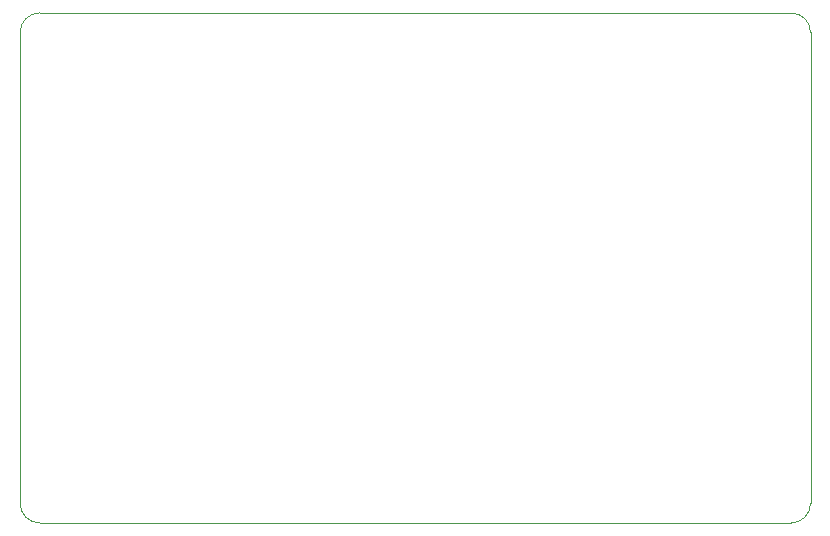
<source format=gbr>
G04 #@! TF.GenerationSoftware,KiCad,Pcbnew,(5.1.5)-3*
G04 #@! TF.CreationDate,2020-01-05T10:53:17-07:00*
G04 #@! TF.ProjectId,spi_control,7370695f-636f-46e7-9472-6f6c2e6b6963,A*
G04 #@! TF.SameCoordinates,Original*
G04 #@! TF.FileFunction,Profile,NP*
%FSLAX46Y46*%
G04 Gerber Fmt 4.6, Leading zero omitted, Abs format (unit mm)*
G04 Created by KiCad (PCBNEW (5.1.5)-3) date 2020-01-05 10:53:17*
%MOMM*%
%LPD*%
G04 APERTURE LIST*
%ADD10C,0.050000*%
G04 APERTURE END LIST*
D10*
X178562000Y-85090000D02*
G75*
G02X180213000Y-86741000I0J-1651000D01*
G01*
X180213000Y-126619000D02*
G75*
G02X178562000Y-128270000I-1651000J0D01*
G01*
X114935000Y-128270000D02*
G75*
G02X113284000Y-126619000I0J1651000D01*
G01*
X113284000Y-86741000D02*
G75*
G02X114935000Y-85090000I1651000J0D01*
G01*
X172720000Y-85090000D02*
X178562000Y-85090000D01*
X113284000Y-126619000D02*
X113284000Y-86741000D01*
X178562000Y-128270000D02*
X114935000Y-128270000D01*
X180213000Y-86741000D02*
X180213000Y-126619000D01*
X114935000Y-85090000D02*
X172720000Y-85090000D01*
M02*

</source>
